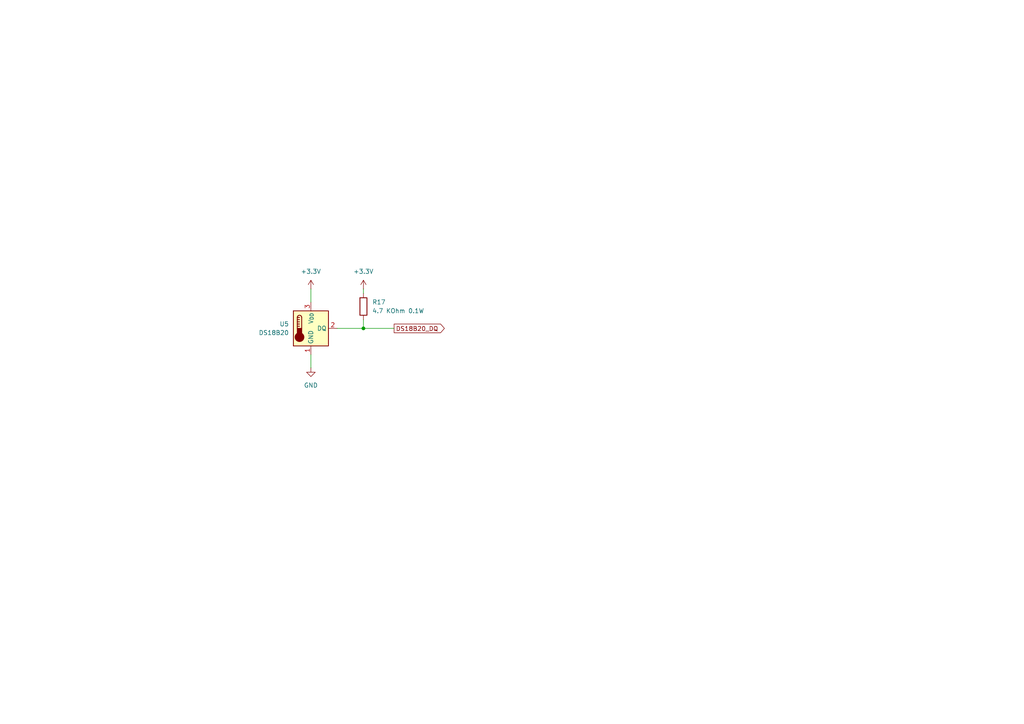
<source format=kicad_sch>
(kicad_sch (version 20250114) (generator "eeschema") (generator_version "9.0")
  (paper "A4")
  (lib_symbols
    (symbol "Device:R" (pin_numbers (hide yes)) (pin_names (offset 0))
      (property "Reference" "R" (at 2.032 0 90))
      (property "Value" "R" (at 0 0 90))
      (symbol "R_0_1"
        (rectangle (start -1.016 -2.54) (end 1.016 2.54) (stroke (width 0.254)))
      )
      (symbol "R_1_1"
        (pin passive line (at 0 3.81 270) (length 1.27) (name "~") (number "1"))
        (pin passive line (at 0 -3.81 90) (length 1.27) (name "~") (number "2"))
      )
    )
    (symbol "Sensor_Temperature:DS18B20"
      (property "Reference" "U" (at -3.81 6.35 0))
      (property "Value" "DS18B20" (at 6.35 6.35 0))
      (symbol "DS18B20_0_1"
        (rectangle (start -5.08 5.08) (end 5.08 -5.08) (stroke (width 0.254)) (fill (type background)))
        (polyline (pts (xy -3.937 3.175) (xy -3.937 0)) (stroke (width 0.254)))
        (polyline (pts (xy -3.937 3.175) (xy -3.302 3.175)) (stroke (width 0.254)))
        (polyline (pts (xy -3.937 2.54) (xy -3.302 2.54)) (stroke (width 0.254)))
        (polyline (pts (xy -3.937 1.905) (xy -3.302 1.905)) (stroke (width 0.254)))
        (polyline (pts (xy -3.937 1.27) (xy -3.302 1.27)) (stroke (width 0.254)))
        (polyline (pts (xy -3.937 0.635) (xy -3.302 0.635)) (stroke (width 0.254)))
        (arc (start -3.937 3.175) (mid -3.302 3.8073) (end -2.667 3.175) (stroke (width 0.254)))
        (circle (center -3.302 -2.54) (radius 1.27) (stroke (width 0.254)) (fill (type outline)))
        (polyline (pts (xy -2.667 3.175) (xy -2.667 0)) (stroke (width 0.254)))
        (rectangle (start -2.667 -1.905) (end -3.937 0) (stroke (width 0.254)) (fill (type outline)))
      )
      (symbol "DS18B20_1_1"
        (pin power_in line (at 0 7.62 270) (length 2.54) (name "V_{DD}") (number "3"))
        (pin power_in line (at 0 -7.62 90) (length 2.54) (name "GND") (number "1"))
        (pin bidirectional line (at 7.62 0 180) (length 2.54) (name "DQ") (number "2"))
      )
    )
    (symbol "power:+3.3V" (power) (pin_numbers (hide yes)) (pin_names (offset 0) (hide yes))
      (property "Value" "+3.3V" (at 0 3.556 0))
      (symbol "+3.3V_0_1"
        (polyline (pts (xy -0.762 1.27) (xy 0 2.54)))
        (polyline (pts (xy 0 2.54) (xy 0.762 1.27)))
        (polyline (pts (xy 0 0) (xy 0 2.54)))
      )
      (symbol "+3.3V_1_1"
        (pin power_in line (at 0 0 90) (length 0) (name "~") (number "1"))
      )
    )
    (symbol "power:GND" (power) (pin_numbers (hide yes)) (pin_names (offset 0) (hide yes))
      (property "Value" "GND" (at 0 -3.81 0))
      (symbol "GND_0_1"
        (polyline (pts (xy 0 0) (xy 0 -1.27) (xy 1.27 -1.27) (xy 0 -2.54) (xy -1.27 -1.27) (xy 0 -1.27)))
      )
      (symbol "GND_1_1"
        (pin power_in line (at 0 0 270) (length 0) (name "~") (number "1"))
      )
    )
  )
  (junction (at 105.41 95.25))
  (wire (pts (xy 90.17 83.82) (xy 90.17 87.63)))
  (wire (pts (xy 97.79 95.25) (xy 105.41 95.25)))
  (wire (pts (xy 105.41 95.25) (xy 114.3 95.25)))
  (wire (pts (xy 90.17 102.87) (xy 90.17 106.68)))
  (wire (pts (xy 105.41 92.71) (xy 105.41 95.25)))
  (wire (pts (xy 105.41 83.82) (xy 105.41 85.09)))
  (global_label "DS18B20_DQ" (shape output) (at 114.3 95.25 0) (effects (font (thickness 0.1588))) (property "Intersheetrefs" "${INTERSHEET_REFS}" (effects (hide yes))))
  (symbol (lib_id "power:+3.3V") (at 90.17 83.82 0) (unit 1)
    (property "Reference" "#PWR035" (effects (hide yes)))
    (property "Value" "+3.3V" (at 90.17 78.74 0))
    (property "Description" "Power symbol creates a global label with name \"+3.3V\"" (effects (hide yes)))
  )
  (symbol (lib_id "Device:R") (at 105.41 88.9 0) (unit 1)
    (property "Reference" "R17" (at 107.95 87.6299 0) (effects (justify left)))
    (property "Value" "4.7 KOhm 0.1W" (at 107.95 90.1699 0) (effects (justify left)))
    (property "Footprint" "Resistor_SMD:R_0603_1608Metric_Pad0.98x0.95mm_HandSolder" (effects (hide yes)))
    (property "Description" "Resistor" (effects (hide yes)))
  )
  (symbol (lib_id "power:GND") (at 90.17 106.68 0) (unit 1)
    (property "Reference" "#PWR034" (effects (hide yes)))
    (property "Value" "GND" (at 90.17 111.76 0))
    (property "Description" "Power symbol creates a global label with name \"GND\" , ground" (effects (hide yes)))
  )
  (symbol (lib_id "Sensor_Temperature:DS18B20") (at 90.17 95.25 0) (unit 1)
    (property "Reference" "U5" (at 83.82 93.9799 0) (effects (justify right)))
    (property "Value" "DS18B20" (at 83.82 96.5199 0) (effects (justify right)))
    (property "Footprint" "Package_TO_SOT_THT:TO-92_Inline" (effects (hide yes)))
    (property "Datasheet" "http://datasheets.maximintegrated.com/en/ds/DS18B20.pdf" (effects (hide yes)))
    (property "Description" "Programmable Resolution 1-Wire Digital Thermometer TO-92" (effects (hide yes)))
  )
  (symbol (lib_id "power:+3.3V") (at 105.41 83.82 0) (unit 1)
    (property "Reference" "#PWR036" (effects (hide yes)))
    (property "Value" "+3.3V" (at 105.41 78.74 0))
    (property "Description" "Power symbol creates a global label with name \"+3.3V\"" (effects (hide yes)))
  )
)
</source>
